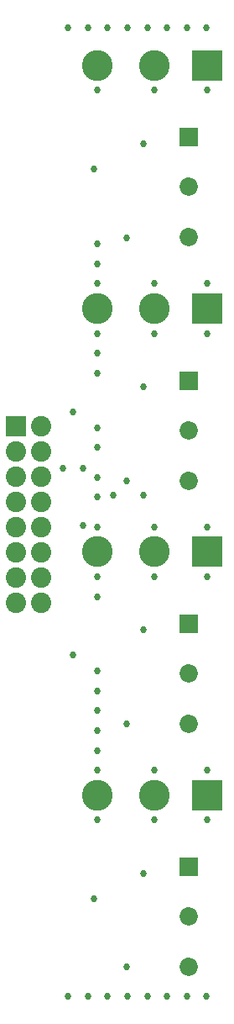
<source format=gbs>
%FSLAX33Y33*%
%MOMM*%
%AMRect-W3100000-H3100000-RO1.500*
21,1,3.1,3.1,0.,0.,90*%
%ADD10C,0.68834*%
%ADD11C,3.1*%
%ADD12Rect-W3100000-H3100000-RO1.500*%
%ADD13C,1.85*%
%ADD14R,1.85X1.85*%
%ADD15R,2.049999X2.049999*%
%ADD16C,2.049999*%
D10*
%LNbottom solder mask_traces*%
G01*
X23000Y1500D03*
X9500Y60345D03*
X17750Y43750D03*
X16650Y13885D03*
X11950Y41750D03*
X11950Y58750D03*
X11950Y53750D03*
X11950Y92750D03*
X10500Y54650D03*
X11950Y19250D03*
X13550Y51920D03*
X23050Y48750D03*
X11950Y24250D03*
X17750Y24250D03*
X19000Y99000D03*
X11950Y64250D03*
X17750Y92750D03*
X23050Y73250D03*
X14950Y4420D03*
X21000Y99000D03*
X11000Y99000D03*
X11950Y73250D03*
X17750Y73250D03*
X11950Y75250D03*
X15000Y1500D03*
X17000Y1500D03*
X16650Y51920D03*
X23050Y19250D03*
X19000Y1500D03*
X16650Y87385D03*
X16650Y62885D03*
X11950Y48750D03*
X11950Y68250D03*
X10500Y48900D03*
X13000Y1500D03*
X23000Y99000D03*
X11950Y34240D03*
X11950Y26250D03*
X16650Y38385D03*
X11600Y84845D03*
X23050Y92750D03*
X11600Y11345D03*
X9000Y99000D03*
X13000Y99000D03*
X17750Y68250D03*
X11950Y56750D03*
X23050Y68250D03*
X11950Y28240D03*
X23050Y43750D03*
X14950Y28920D03*
X9000Y1500D03*
X14950Y77900D03*
X14950Y53420D03*
X23050Y24250D03*
X15000Y99000D03*
X9500Y35845D03*
X11950Y32240D03*
X11950Y77250D03*
X17750Y48750D03*
X21000Y1500D03*
X11000Y1500D03*
X11950Y30240D03*
X17750Y19250D03*
X11950Y66250D03*
X11950Y43750D03*
X8450Y54650D03*
X17000Y99000D03*
X11950Y51750D03*
%LNbottom solder mask component 0ad7e8ae81e927d5*%
D11*
X17750Y70750D03*
X11950Y70750D03*
D12*
X23050Y70750D03*
%LNbottom solder mask component 63f92f49c0d789ba*%
D13*
X21200Y77920D03*
X21200Y83000D03*
D14*
X21200Y88000D03*
%LNbottom solder mask component 342f6c2ee5101998*%
D15*
X3730Y58890D03*
D16*
X3730Y56350D03*
X3730Y53810D03*
X3730Y51270D03*
X3730Y48730D03*
X3730Y46190D03*
X3730Y43650D03*
X3730Y41110D03*
X6270Y58890D03*
X6270Y56350D03*
X6270Y53810D03*
X6270Y51270D03*
X6270Y48730D03*
X6270Y46190D03*
X6270Y43650D03*
X6270Y41110D03*
%LNbottom solder mask component f7b1e4ff4598025d*%
D13*
X21200Y53420D03*
X21200Y58500D03*
D14*
X21200Y63500D03*
%LNbottom solder mask component 9d6c2c66087e3285*%
D11*
X17750Y95250D03*
X11950Y95250D03*
D12*
X23050Y95250D03*
%LNbottom solder mask component be58aacc16939a2a*%
D11*
X17750Y46250D03*
X11950Y46250D03*
D12*
X23050Y46250D03*
%LNbottom solder mask component 06eb1e308c3147ac*%
D13*
X21200Y28920D03*
X21200Y34000D03*
D14*
X21200Y39000D03*
%LNbottom solder mask component 429111ad9cdb4e16*%
D11*
X17750Y21750D03*
X11950Y21750D03*
D12*
X23050Y21750D03*
%LNbottom solder mask component a69faa7c95684c53*%
D13*
X21200Y4420D03*
X21200Y9500D03*
D14*
X21200Y14500D03*
M02*
</source>
